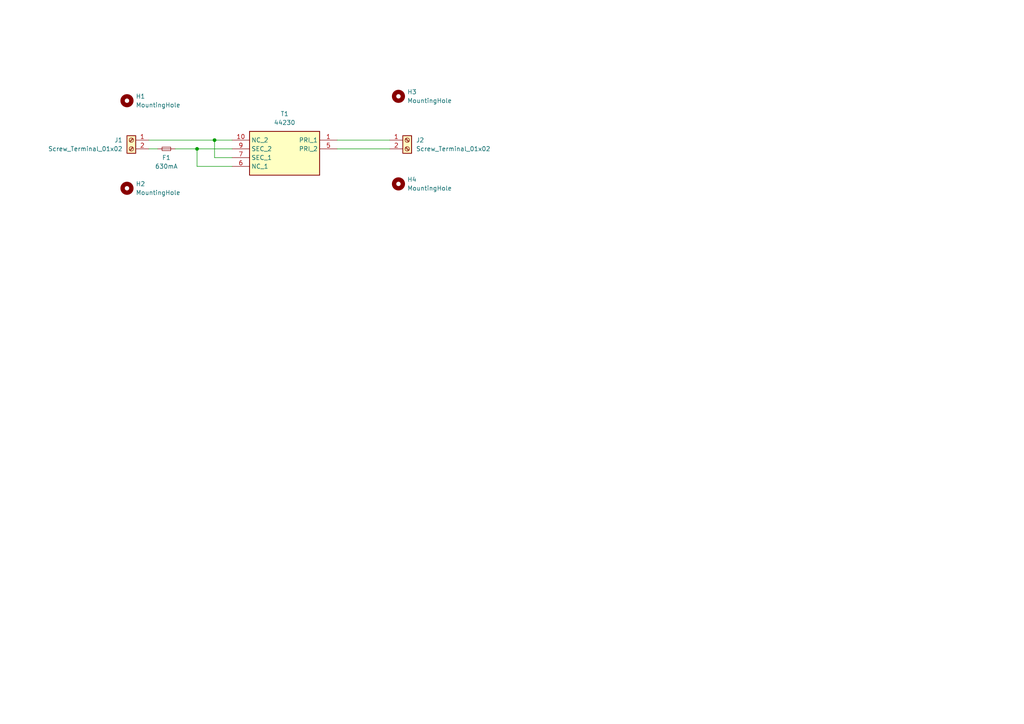
<source format=kicad_sch>
(kicad_sch (version 20230121) (generator eeschema)
  (paper "A4")
  (lib_symbols
    (symbol "44230:44230"
      (property "Reference" "T" (at 26.67 7.62 0))
      (property "Value" "44230" (at 26.67 5.08 0))
      (symbol "44230_1_1"
        (rectangle (start 5.08 2.54) (end 25.4 -10.16) (stroke (width 0.254)) (fill (type background)))
        (pin passive line (at 30.48 0 180) (length 5.08) (name "PRI_1") (number "1"))
        (pin passive line (at 0 0 0) (length 5.08) (name "NC_2") (number "10"))
        (pin passive line (at 30.48 -2.54 180) (length 5.08) (name "PRI_2") (number "5"))
        (pin passive line (at 0 -7.62 0) (length 5.08) (name "NC_1") (number "6"))
        (pin passive line (at 0 -5.08 0) (length 5.08) (name "SEC_1") (number "7"))
        (pin passive line (at 0 -2.54 0) (length 5.08) (name "SEC_2") (number "9"))
      )
    )
    (symbol "Connector:Screw_Terminal_01x02" (pin_names (offset 1.016) hide)
      (property "Reference" "J" (at 0 2.54 0))
      (property "Value" "Screw_Terminal_01x02" (at 0 -5.08 0))
      (symbol "Screw_Terminal_01x02_1_1"
        (rectangle (start -1.27 1.27) (end 1.27 -3.81) (stroke (width 0.254)) (fill (type background)))
        (circle (center 0 -2.54) (radius 0.635) (stroke (width 0.1524)))
        (polyline (pts (xy -0.5334 -2.2098) (xy 0.3302 -3.048)) (stroke (width 0.1524)))
        (polyline (pts (xy -0.5334 0.3302) (xy 0.3302 -0.508)) (stroke (width 0.1524)))
        (polyline (pts (xy -0.3556 -2.032) (xy 0.508 -2.8702)) (stroke (width 0.1524)))
        (polyline (pts (xy -0.3556 0.508) (xy 0.508 -0.3302)) (stroke (width 0.1524)))
        (circle (center 0 0) (radius 0.635) (stroke (width 0.1524)))
        (pin passive line (at -5.08 0 0) (length 3.81) (name "Pin_1") (number "1"))
        (pin passive line (at -5.08 -2.54 0) (length 3.81) (name "Pin_2") (number "2"))
      )
    )
    (symbol "Device:Fuse_Small" (pin_numbers hide) (pin_names (offset 0.254) hide)
      (property "Reference" "F" (at 0 -1.524 0))
      (property "Value" "Fuse_Small" (at 0 1.524 0))
      (symbol "Fuse_Small_0_1"
        (rectangle (start -1.27 0.508) (end 1.27 -0.508))
        (polyline (pts (xy -1.27 0) (xy 1.27 0)))
      )
      (symbol "Fuse_Small_1_1"
        (pin passive line (at -2.54 0 0) (length 1.27) (name "~") (number "1"))
        (pin passive line (at 2.54 0 180) (length 1.27) (name "~") (number "2"))
      )
    )
    (symbol "Mechanical:MountingHole" (pin_names (offset 1.016))
      (property "Reference" "H" (at 0 5.08 0))
      (property "Value" "MountingHole" (at 0 3.175 0))
      (symbol "MountingHole_0_1"
        (circle (center 0 0) (radius 1.27) (stroke (width 1.27)))
      )
    )
  )
  (junction (at 62.23 40.64))
  (junction (at 57.15 43.18))
  (wire (pts (xy 57.15 43.18) (xy 67.31 43.18)))
  (wire (pts (xy 67.31 48.26) (xy 57.15 48.26)))
  (wire (pts (xy 97.79 40.64) (xy 113.03 40.64)))
  (wire (pts (xy 97.79 43.18) (xy 113.03 43.18)))
  (wire (pts (xy 62.23 40.64) (xy 62.23 45.72)))
  (wire (pts (xy 67.31 40.64) (xy 62.23 40.64)))
  (wire (pts (xy 62.23 45.72) (xy 67.31 45.72)))
  (wire (pts (xy 50.8 43.18) (xy 57.15 43.18)))
  (wire (pts (xy 43.18 40.64) (xy 62.23 40.64)))
  (wire (pts (xy 43.18 43.18) (xy 45.72 43.18)))
  (wire (pts (xy 57.15 48.26) (xy 57.15 43.18)))
  (symbol (lib_id "Mechanical:MountingHole") (at 36.83 29.21 0) (unit 1)
    (property "Reference" "H1" (at 39.37 27.94 0) (effects (justify left)))
    (property "Value" "MountingHole" (at 39.37 30.48 0) (effects (justify left)))
    (property "Footprint" "MountingHole:MountingHole_2.5mm" (effects hide))
  )
  (symbol (lib_id "44230:44230") (at 67.31 40.64 0) (unit 1)
    (property "Reference" "T1" (at 82.55 33.02 0))
    (property "Value" "44230" (at 82.55 35.56 0))
    (property "Footprint" "my_package:44230" (effects hide))
    (property "Datasheet" "https://componentsearchengine.com/Datasheets/2/44230.pdf" (effects hide))
    (property "Height" "32.8" (effects hide))
    (property "Manufacturer_Name" "MYRRA" (effects hide))
    (property "Manufacturer_Part_Number" "44230" (effects hide))
  )
  (symbol (lib_id "Mechanical:MountingHole") (at 115.57 27.94 0) (unit 1)
    (property "Reference" "H3" (at 118.11 26.67 0) (effects (justify left)))
    (property "Value" "MountingHole" (at 118.11 29.21 0) (effects (justify left)))
    (property "Footprint" "MountingHole:MountingHole_2.5mm" (effects hide))
  )
  (symbol (lib_id "Mechanical:MountingHole") (at 115.57 53.34 0) (unit 1)
    (property "Reference" "H4" (at 118.11 52.07 0) (effects (justify left)))
    (property "Value" "MountingHole" (at 118.11 54.61 0) (effects (justify left)))
    (property "Footprint" "MountingHole:MountingHole_2.5mm" (effects hide))
  )
  (symbol (lib_id "Device:Fuse_Small") (at 48.26 43.18 0) (unit 1)
    (property "Reference" "F1" (at 48.26 45.72 0))
    (property "Value" "630mA" (at 48.26 48.26 0))
    (property "Footprint" "my_package:0PTF0078P" (effects hide))
  )
  (symbol (lib_id "Connector:Screw_Terminal_01x02") (at 118.11 40.64 0) (unit 1)
    (property "Reference" "J2" (at 120.65 40.64 0) (effects (justify left)))
    (property "Value" "Screw_Terminal_01x02" (at 120.65 43.18 0) (effects (justify left)))
    (property "Footprint" "my_package:TerminalBlock_Phoenix_MKDS-1,5-2-5.08_1x02_P5.08mm_Horizontal" (effects hide))
  )
  (symbol (lib_id "Connector:Screw_Terminal_01x02") (at 38.1 40.64 0) (mirror y) (unit 1)
    (property "Reference" "J1" (at 35.56 40.64 0) (effects (justify left)))
    (property "Value" "Screw_Terminal_01x02" (at 35.56 43.18 0) (effects (justify left)))
    (property "Footprint" "my_package:TerminalBlock_Phoenix_MKDS-1,5-2-5.08_1x02_P5.08mm_Horizontal" (effects hide))
  )
  (symbol (lib_id "Mechanical:MountingHole") (at 36.83 54.61 0) (unit 1)
    (property "Reference" "H2" (at 39.37 53.34 0) (effects (justify left)))
    (property "Value" "MountingHole" (at 39.37 55.88 0) (effects (justify left)))
    (property "Footprint" "MountingHole:MountingHole_2.5mm" (effects hide))
  )
)
</source>
